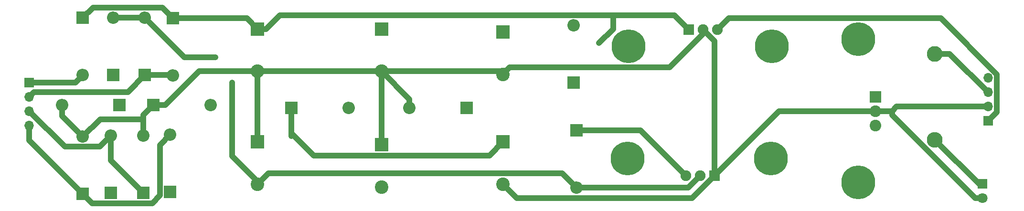
<source format=gbr>
%TF.GenerationSoftware,KiCad,Pcbnew,8.0.6*%
%TF.CreationDate,2024-12-05T22:57:10-05:00*%
%TF.ProjectId,Power Supply,506f7765-7220-4537-9570-706c792e6b69,rev?*%
%TF.SameCoordinates,Original*%
%TF.FileFunction,Copper,L2,Bot*%
%TF.FilePolarity,Positive*%
%FSLAX46Y46*%
G04 Gerber Fmt 4.6, Leading zero omitted, Abs format (unit mm)*
G04 Created by KiCad (PCBNEW 8.0.6) date 2024-12-05 22:57:10*
%MOMM*%
%LPD*%
G01*
G04 APERTURE LIST*
%TA.AperFunction,ComponentPad*%
%ADD10C,2.800000*%
%TD*%
%TA.AperFunction,ComponentPad*%
%ADD11O,2.800000X2.800000*%
%TD*%
%TA.AperFunction,ComponentPad*%
%ADD12R,1.800000X1.800000*%
%TD*%
%TA.AperFunction,ComponentPad*%
%ADD13C,1.800000*%
%TD*%
%TA.AperFunction,ComponentPad*%
%ADD14C,6.000000*%
%TD*%
%TA.AperFunction,ComponentPad*%
%ADD15R,2.055000X2.055000*%
%TD*%
%TA.AperFunction,ComponentPad*%
%ADD16C,2.055000*%
%TD*%
%TA.AperFunction,ComponentPad*%
%ADD17O,1.700000X1.700000*%
%TD*%
%TA.AperFunction,ComponentPad*%
%ADD18R,1.700000X1.700000*%
%TD*%
%TA.AperFunction,ComponentPad*%
%ADD19R,1.905000X1.905000*%
%TD*%
%TA.AperFunction,ComponentPad*%
%ADD20C,1.905000*%
%TD*%
%TA.AperFunction,ComponentPad*%
%ADD21C,1.910000*%
%TD*%
%TA.AperFunction,ComponentPad*%
%ADD22R,1.910000X1.910000*%
%TD*%
%TA.AperFunction,ComponentPad*%
%ADD23R,2.400000X2.400000*%
%TD*%
%TA.AperFunction,ComponentPad*%
%ADD24C,2.400000*%
%TD*%
%TA.AperFunction,ComponentPad*%
%ADD25R,2.200000X2.200000*%
%TD*%
%TA.AperFunction,ComponentPad*%
%ADD26O,2.200000X2.200000*%
%TD*%
%TA.AperFunction,ViaPad*%
%ADD27C,0.600000*%
%TD*%
%TA.AperFunction,Conductor*%
%ADD28C,1.000000*%
%TD*%
G04 APERTURE END LIST*
D10*
%TO.P,R1,1*%
%TO.N,Net-(D10-K)*%
X178500000Y-24380000D03*
D11*
%TO.P,R1,2*%
%TO.N,Net-(D15-K)*%
X178500000Y-39620000D03*
%TD*%
D12*
%TO.P,D15,1,K*%
%TO.N,Net-(D15-K)*%
X187000000Y-47480000D03*
D13*
%TO.P,D15,2,A*%
%TO.N,GND*%
X187000000Y-50020000D03*
%TD*%
D14*
%TO.P,REF\u002A\u002A,1*%
%TO.N,N/C*%
X165000000Y-47200000D03*
X165000000Y-21800000D03*
%TD*%
D15*
%TO.P,U2,1,IN*%
%TO.N,Net-(D11-K)*%
X168000000Y-32000000D03*
D16*
%TO.P,U2,2,GND*%
%TO.N,GND*%
X168000000Y-34550000D03*
%TO.P,U2,3,OUT*%
%TO.N,Net-(D11-A)*%
X168000000Y-37100000D03*
%TD*%
D14*
%TO.P,REF\u002A\u002A,1*%
%TO.N,N/C*%
X124260000Y-23092200D03*
X149660000Y-23092200D03*
%TD*%
%TO.P,REF\u002A\u002A,1*%
%TO.N,N/C*%
X124100000Y-43000000D03*
X149500000Y-43000000D03*
%TD*%
D17*
%TO.P,J2,4,Pin_4*%
%TO.N,Net-(D7-A)*%
X18000000Y-37080000D03*
%TO.P,J2,3,Pin_3*%
%TO.N,Net-(D5-K)*%
X18000000Y-34540000D03*
%TO.P,J2,2,Pin_2*%
%TO.N,Net-(D3-A)*%
X18000000Y-32000000D03*
D18*
%TO.P,J2,1,Pin_1*%
%TO.N,Net-(D1-K)*%
X18000000Y-29460000D03*
%TD*%
%TO.P,J1,1,Pin_1*%
%TO.N,Net-(D12-K)*%
X188000000Y-36300000D03*
D17*
%TO.P,J1,2,Pin_2*%
%TO.N,GND*%
X188000000Y-33760000D03*
%TO.P,J1,3,Pin_3*%
%TO.N,Net-(D10-K)*%
X188000000Y-31220000D03*
%TO.P,J1,4,Pin_4*%
%TO.N,Net-(D11-A)*%
X188000000Y-28680000D03*
%TD*%
D19*
%TO.P,U3,1,IN*%
%TO.N,Net-(D2-K)*%
X134920000Y-20092200D03*
D20*
%TO.P,U3,2,GND*%
%TO.N,GND*%
X137460000Y-20092200D03*
%TO.P,U3,3,OUT*%
%TO.N,Net-(D12-K)*%
X140000000Y-20092200D03*
%TD*%
D21*
%TO.P,U1,3,VO*%
%TO.N,Net-(D10-K)*%
X134400000Y-46000000D03*
%TO.P,U1,2,VI*%
%TO.N,Net-(D1-A)*%
X136950000Y-46000000D03*
D22*
%TO.P,U1,1,GND*%
%TO.N,GND*%
X139500000Y-46000000D03*
%TD*%
D23*
%TO.P,C6,1*%
%TO.N,Net-(D11-A)*%
X102000000Y-20522220D03*
D24*
%TO.P,C6,2*%
%TO.N,GND*%
X102000000Y-28022220D03*
%TD*%
D23*
%TO.P,C5,1*%
%TO.N,Net-(D11-K)*%
X102000000Y-40022220D03*
D24*
%TO.P,C5,2*%
%TO.N,GND*%
X102000000Y-47522220D03*
%TD*%
D23*
%TO.P,C4,1*%
%TO.N,GND*%
X80500000Y-40522220D03*
D24*
%TO.P,C4,2*%
%TO.N,Net-(D10-K)*%
X80500000Y-48022220D03*
%TD*%
D23*
%TO.P,C3,1*%
%TO.N,GND*%
X58500000Y-40022220D03*
D24*
%TO.P,C3,2*%
%TO.N,Net-(D1-A)*%
X58500000Y-47522220D03*
%TD*%
D23*
%TO.P,C2,1*%
%TO.N,Net-(D2-K)*%
X58500000Y-20000000D03*
D24*
%TO.P,C2,2*%
%TO.N,GND*%
X58500000Y-27500000D03*
%TD*%
D23*
%TO.P,C1,1*%
%TO.N,Net-(D12-K)*%
X80500000Y-20000000D03*
D24*
%TO.P,C1,2*%
%TO.N,GND*%
X80500000Y-27500000D03*
%TD*%
D25*
%TO.P,D14,1,K*%
%TO.N,Net-(D11-A)*%
X34000000Y-33500000D03*
D26*
%TO.P,D14,2,A*%
%TO.N,GND*%
X23840000Y-33500000D03*
%TD*%
%TO.P,D13,2,A*%
%TO.N,Net-(D10-K)*%
X50160000Y-33500000D03*
D25*
%TO.P,D13,1,K*%
%TO.N,GND*%
X40000000Y-33500000D03*
%TD*%
D26*
%TO.P,D12,2,A*%
%TO.N,GND*%
X85420000Y-34000000D03*
D25*
%TO.P,D12,1,K*%
%TO.N,Net-(D12-K)*%
X95580000Y-34000000D03*
%TD*%
D26*
%TO.P,D11,2,A*%
%TO.N,Net-(D11-A)*%
X74660000Y-34000000D03*
D25*
%TO.P,D11,1,K*%
%TO.N,Net-(D11-K)*%
X64500000Y-34000000D03*
%TD*%
%TO.P,D10,1,K*%
%TO.N,Net-(D10-K)*%
X115000000Y-38000000D03*
D26*
%TO.P,D10,2,A*%
%TO.N,Net-(D1-A)*%
X115000000Y-48160000D03*
%TD*%
%TO.P,D9,2,A*%
%TO.N,Net-(D12-K)*%
X114500000Y-19340000D03*
D25*
%TO.P,D9,1,K*%
%TO.N,Net-(D2-K)*%
X114500000Y-29500000D03*
%TD*%
D26*
%TO.P,D8,2,A*%
%TO.N,GND*%
X27500000Y-39080000D03*
D25*
%TO.P,D8,1,K*%
%TO.N,Net-(D7-A)*%
X27500000Y-49240000D03*
%TD*%
D26*
%TO.P,D7,2,A*%
%TO.N,Net-(D7-A)*%
X43000000Y-38760000D03*
D25*
%TO.P,D7,1,K*%
%TO.N,Net-(D11-K)*%
X43000000Y-48920000D03*
%TD*%
%TO.P,D6,1,K*%
%TO.N,Net-(D11-K)*%
X32500000Y-49080000D03*
D26*
%TO.P,D6,2,A*%
%TO.N,Net-(D5-K)*%
X32500000Y-38920000D03*
%TD*%
D25*
%TO.P,D5,1,K*%
%TO.N,Net-(D5-K)*%
X38250000Y-49080000D03*
D26*
%TO.P,D5,2,A*%
%TO.N,GND*%
X38250000Y-38920000D03*
%TD*%
%TO.P,D4,2,A*%
%TO.N,Net-(D1-A)*%
X38500000Y-18000000D03*
D25*
%TO.P,D4,1,K*%
%TO.N,Net-(D3-A)*%
X38500000Y-28160000D03*
%TD*%
D26*
%TO.P,D3,2,A*%
%TO.N,Net-(D3-A)*%
X43500000Y-28240000D03*
D25*
%TO.P,D3,1,K*%
%TO.N,Net-(D2-K)*%
X43500000Y-18080000D03*
%TD*%
%TO.P,D2,1,K*%
%TO.N,Net-(D2-K)*%
X27500000Y-18000000D03*
D26*
%TO.P,D2,2,A*%
%TO.N,Net-(D1-K)*%
X27500000Y-28160000D03*
%TD*%
D25*
%TO.P,D1,1,K*%
%TO.N,Net-(D1-K)*%
X32920000Y-28160000D03*
D26*
%TO.P,D1,2,A*%
%TO.N,Net-(D1-A)*%
X32920000Y-18000000D03*
%TD*%
D27*
%TO.N,Net-(D1-A)*%
X51000000Y-25000000D03*
X54000000Y-29500000D03*
%TO.N,Net-(D2-K)*%
X119000000Y-22500000D03*
%TO.N,Net-(D11-K)*%
X64500000Y-39000000D03*
%TD*%
D28*
%TO.N,Net-(D1-A)*%
X54000000Y-42500000D02*
X54000000Y-29500000D01*
X58500000Y-47000000D02*
X54000000Y-42500000D01*
X58500000Y-47522220D02*
X58500000Y-47000000D01*
X45500000Y-25000000D02*
X51000000Y-25000000D01*
X38500000Y-18000000D02*
X45500000Y-25000000D01*
%TO.N,Net-(D11-K)*%
X64500000Y-38500000D02*
X64500000Y-34000000D01*
X64500000Y-39000000D02*
X64500000Y-38500000D01*
X64500000Y-38500000D02*
X68422220Y-42422220D01*
X68422220Y-42422220D02*
X99600000Y-42422220D01*
X99600000Y-42422220D02*
X102000000Y-40022220D01*
%TO.N,Net-(D2-K)*%
X121500000Y-17540000D02*
X121500000Y-20000000D01*
X108500000Y-17540000D02*
X121500000Y-17540000D01*
X121500000Y-20000000D02*
X119000000Y-22500000D01*
X121500000Y-17540000D02*
X132367800Y-17540000D01*
X62460000Y-17540000D02*
X108500000Y-17540000D01*
%TO.N,Net-(D12-K)*%
X140000000Y-20092200D02*
X141992200Y-18100000D01*
X189550000Y-34750000D02*
X188000000Y-36300000D01*
X141992200Y-18100000D02*
X179612032Y-18100000D01*
X179612032Y-18100000D02*
X189550000Y-28037968D01*
X189550000Y-28037968D02*
X189550000Y-34750000D01*
%TO.N,Net-(D5-K)*%
X18000000Y-34540000D02*
X24340000Y-40880000D01*
X24340000Y-40880000D02*
X30540000Y-40880000D01*
X30540000Y-40880000D02*
X32500000Y-38920000D01*
%TO.N,Net-(D3-A)*%
X38500000Y-28160000D02*
X43420000Y-28160000D01*
X43420000Y-28160000D02*
X43500000Y-28240000D01*
X18000000Y-32000000D02*
X18850000Y-31150000D01*
X18850000Y-31150000D02*
X35510000Y-31150000D01*
X35510000Y-31150000D02*
X38500000Y-28160000D01*
%TO.N,Net-(D15-K)*%
X178500000Y-39620000D02*
X186360000Y-47480000D01*
X186360000Y-47480000D02*
X187000000Y-47480000D01*
%TO.N,Net-(D10-K)*%
X178500000Y-24380000D02*
X181160000Y-24380000D01*
X181160000Y-24380000D02*
X188000000Y-31220000D01*
%TO.N,Net-(D2-K)*%
X27500000Y-18000000D02*
X29300000Y-16200000D01*
X29300000Y-16200000D02*
X41620000Y-16200000D01*
X41620000Y-16200000D02*
X43500000Y-18080000D01*
%TO.N,Net-(D1-A)*%
X38500000Y-18000000D02*
X32920000Y-18000000D01*
%TO.N,Net-(D2-K)*%
X58500000Y-20000000D02*
X60000000Y-20000000D01*
X60000000Y-20000000D02*
X62460000Y-17540000D01*
X132367800Y-17540000D02*
X134920000Y-20092200D01*
X43500000Y-18080000D02*
X56580000Y-18080000D01*
X56580000Y-18080000D02*
X58500000Y-20000000D01*
%TO.N,Net-(D10-K)*%
X134400000Y-46000000D02*
X126400000Y-38000000D01*
X126400000Y-38000000D02*
X115000000Y-38000000D01*
%TO.N,Net-(D1-A)*%
X115000000Y-48160000D02*
X134790000Y-48160000D01*
X134790000Y-48160000D02*
X136950000Y-46000000D01*
X58500000Y-47522220D02*
X60400000Y-45622220D01*
X60400000Y-45622220D02*
X112462220Y-45622220D01*
X112462220Y-45622220D02*
X115000000Y-48160000D01*
%TO.N,GND*%
X170950000Y-34550000D02*
X170950000Y-35242792D01*
X170950000Y-35242792D02*
X185727208Y-50020000D01*
X185727208Y-50020000D02*
X187000000Y-50020000D01*
X168000000Y-34550000D02*
X170950000Y-34550000D01*
X170950000Y-34550000D02*
X171740000Y-33760000D01*
X171740000Y-33760000D02*
X188000000Y-33760000D01*
X139500000Y-46000000D02*
X150950000Y-34550000D01*
X150950000Y-34550000D02*
X168000000Y-34550000D01*
X137460000Y-20092200D02*
X139500000Y-22132200D01*
X139500000Y-22132200D02*
X139500000Y-46000000D01*
X102000000Y-28022220D02*
X103200000Y-26822220D01*
X131494980Y-26822220D02*
X137460000Y-20857200D01*
X103200000Y-26822220D02*
X131494980Y-26822220D01*
X137460000Y-20857200D02*
X137460000Y-20092200D01*
X102000000Y-47522220D02*
X104437780Y-49960000D01*
X104437780Y-49960000D02*
X135540000Y-49960000D01*
X135540000Y-49960000D02*
X139500000Y-46000000D01*
X80500000Y-27500000D02*
X101477780Y-27500000D01*
X101477780Y-27500000D02*
X102000000Y-28022220D01*
X58500000Y-27500000D02*
X80500000Y-27500000D01*
%TO.N,Net-(D1-K)*%
X18000000Y-29460000D02*
X26200000Y-29460000D01*
X26200000Y-29460000D02*
X27500000Y-28160000D01*
%TO.N,Net-(D7-A)*%
X18000000Y-37080000D02*
X18000000Y-39740000D01*
X18000000Y-39740000D02*
X27500000Y-49240000D01*
X27500000Y-49240000D02*
X29140000Y-50880000D01*
X29140000Y-50880000D02*
X39820000Y-50880000D01*
X39820000Y-50880000D02*
X41200000Y-49500000D01*
X41200000Y-49500000D02*
X41200000Y-40560000D01*
X41200000Y-40560000D02*
X43000000Y-38760000D01*
%TO.N,Net-(D5-K)*%
X32500000Y-38920000D02*
X32500000Y-43330000D01*
X32500000Y-43330000D02*
X38250000Y-49080000D01*
%TO.N,GND*%
X38250000Y-38920000D02*
X38250000Y-36000000D01*
X38250000Y-36000000D02*
X38250000Y-35250000D01*
X27500000Y-39080000D02*
X30580000Y-36000000D01*
X30580000Y-36000000D02*
X38250000Y-36000000D01*
X38250000Y-35250000D02*
X40000000Y-33500000D01*
X23840000Y-33500000D02*
X23840000Y-35420000D01*
X23840000Y-35420000D02*
X27500000Y-39080000D01*
X40000000Y-33500000D02*
X42100000Y-33500000D01*
X42100000Y-33500000D02*
X48100000Y-27500000D01*
X48100000Y-27500000D02*
X58500000Y-27500000D01*
X85420000Y-34000000D02*
X85420000Y-32420000D01*
X85420000Y-32420000D02*
X80500000Y-27500000D01*
X80500000Y-40522220D02*
X80500000Y-27500000D01*
X58500000Y-40022220D02*
X58500000Y-27500000D01*
%TD*%
M02*

</source>
